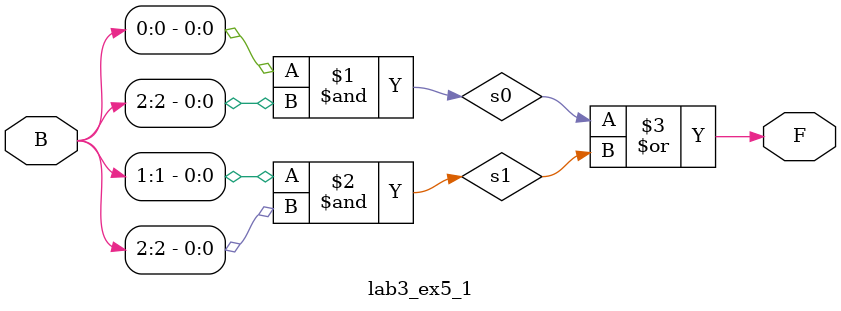
<source format=v>
`timescale 1ns / 1ps

//This is an example from the textbook put into verilog (ex 5.1)
module lab3_ex5_1 (
    input [2:0] B,
    output F
    );
    
    //wire is to access the inputs we made using the input [x:y] syntax. s0,s1 are Input or output
    wire s0,s1;
    
    //in data-flow style you must use assign
    assign s0 = B[0]&B[2];
    assign s1 = B[1]&B[2];
    assign F = (s0 | s1);
      
endmodule

</source>
